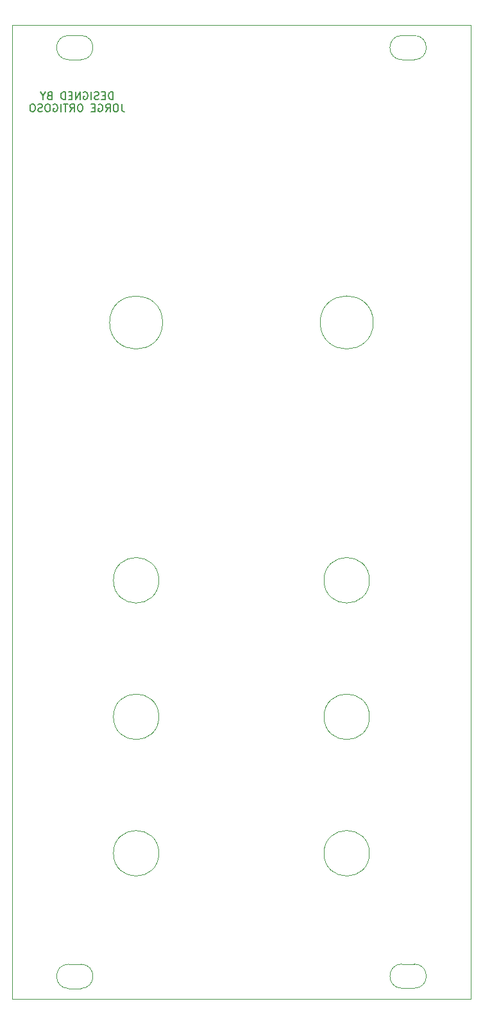
<source format=gbr>
%TF.GenerationSoftware,KiCad,Pcbnew,(6.0.1)*%
%TF.CreationDate,2022-09-11T09:08:46+02:00*%
%TF.ProjectId,front pannel,66726f6e-7420-4706-916e-6e656c2e6b69,rev?*%
%TF.SameCoordinates,Original*%
%TF.FileFunction,Legend,Bot*%
%TF.FilePolarity,Positive*%
%FSLAX46Y46*%
G04 Gerber Fmt 4.6, Leading zero omitted, Abs format (unit mm)*
G04 Created by KiCad (PCBNEW (6.0.1)) date 2022-09-11 09:08:46*
%MOMM*%
%LPD*%
G01*
G04 APERTURE LIST*
%TA.AperFunction,Profile*%
%ADD10C,0.100000*%
%TD*%
%ADD11C,0.150000*%
G04 APERTURE END LIST*
D10*
X73700000Y-112750000D02*
G75*
G03*
X73700000Y-112750000I-3000000J0D01*
G01*
X34000000Y-145374805D02*
X35600000Y-145374805D01*
X79600000Y-22900000D02*
X78000000Y-22900000D01*
X35600000Y-148574999D02*
G75*
G03*
X35600000Y-145374805I0J1600097D01*
G01*
X34000000Y-145374805D02*
G75*
G03*
X34000000Y-148575195I0J-1600195D01*
G01*
X87100000Y-150000000D02*
X26500000Y-150000000D01*
X45900000Y-94750000D02*
G75*
G03*
X45900000Y-94750000I-3000000J0D01*
G01*
X87100000Y-21500000D02*
X87100000Y-150000000D01*
X35600195Y-26099999D02*
G75*
G03*
X35600195Y-22899805I0J1600097D01*
G01*
X78000000Y-145350000D02*
G75*
G03*
X78000000Y-148550000I0J-1600000D01*
G01*
X45900000Y-112750000D02*
G75*
G03*
X45900000Y-112750000I-3000000J0D01*
G01*
X34000195Y-26100195D02*
X35600195Y-26100195D01*
X34000195Y-22899805D02*
G75*
G03*
X34000195Y-26100195I0J-1600195D01*
G01*
X34000000Y-148575195D02*
X35600000Y-148575195D01*
X34000195Y-22899805D02*
X35600195Y-22899805D01*
X73700000Y-94750000D02*
G75*
G03*
X73700000Y-94750000I-3000000J0D01*
G01*
X46400000Y-60750000D02*
G75*
G03*
X46400000Y-60750000I-3500000J0D01*
G01*
X26500000Y-150000000D02*
X26500000Y-21500000D01*
X79600000Y-26100000D02*
G75*
G03*
X79600000Y-22900000I0J1600000D01*
G01*
X45900000Y-130750000D02*
G75*
G03*
X45900000Y-130750000I-3000000J0D01*
G01*
X79600000Y-145350000D02*
X78000000Y-145350000D01*
X26500000Y-21500000D02*
X87100000Y-21500000D01*
X78000000Y-22900000D02*
G75*
G03*
X78000000Y-26100000I0J-1600000D01*
G01*
X79600000Y-26100000D02*
X78000000Y-26100000D01*
X73700000Y-130750000D02*
G75*
G03*
X73700000Y-130750000I-3000000J0D01*
G01*
X79600000Y-148550000D02*
G75*
G03*
X79600000Y-145350000I0J1600000D01*
G01*
X74200000Y-60750000D02*
G75*
G03*
X74200000Y-60750000I-3500000J0D01*
G01*
X79600000Y-148550000D02*
X78000000Y-148550000D01*
D11*
X39814285Y-31347380D02*
X39814285Y-30347380D01*
X39576190Y-30347380D01*
X39433333Y-30395000D01*
X39338095Y-30490238D01*
X39290476Y-30585476D01*
X39242857Y-30775952D01*
X39242857Y-30918809D01*
X39290476Y-31109285D01*
X39338095Y-31204523D01*
X39433333Y-31299761D01*
X39576190Y-31347380D01*
X39814285Y-31347380D01*
X38814285Y-30823571D02*
X38480952Y-30823571D01*
X38338095Y-31347380D02*
X38814285Y-31347380D01*
X38814285Y-30347380D01*
X38338095Y-30347380D01*
X37957142Y-31299761D02*
X37814285Y-31347380D01*
X37576190Y-31347380D01*
X37480952Y-31299761D01*
X37433333Y-31252142D01*
X37385714Y-31156904D01*
X37385714Y-31061666D01*
X37433333Y-30966428D01*
X37480952Y-30918809D01*
X37576190Y-30871190D01*
X37766666Y-30823571D01*
X37861904Y-30775952D01*
X37909523Y-30728333D01*
X37957142Y-30633095D01*
X37957142Y-30537857D01*
X37909523Y-30442619D01*
X37861904Y-30395000D01*
X37766666Y-30347380D01*
X37528571Y-30347380D01*
X37385714Y-30395000D01*
X36957142Y-31347380D02*
X36957142Y-30347380D01*
X35957142Y-30395000D02*
X36052380Y-30347380D01*
X36195238Y-30347380D01*
X36338095Y-30395000D01*
X36433333Y-30490238D01*
X36480952Y-30585476D01*
X36528571Y-30775952D01*
X36528571Y-30918809D01*
X36480952Y-31109285D01*
X36433333Y-31204523D01*
X36338095Y-31299761D01*
X36195238Y-31347380D01*
X36100000Y-31347380D01*
X35957142Y-31299761D01*
X35909523Y-31252142D01*
X35909523Y-30918809D01*
X36100000Y-30918809D01*
X35480952Y-31347380D02*
X35480952Y-30347380D01*
X34909523Y-31347380D01*
X34909523Y-30347380D01*
X34433333Y-30823571D02*
X34100000Y-30823571D01*
X33957142Y-31347380D02*
X34433333Y-31347380D01*
X34433333Y-30347380D01*
X33957142Y-30347380D01*
X33528571Y-31347380D02*
X33528571Y-30347380D01*
X33290476Y-30347380D01*
X33147619Y-30395000D01*
X33052380Y-30490238D01*
X33004761Y-30585476D01*
X32957142Y-30775952D01*
X32957142Y-30918809D01*
X33004761Y-31109285D01*
X33052380Y-31204523D01*
X33147619Y-31299761D01*
X33290476Y-31347380D01*
X33528571Y-31347380D01*
X31433333Y-30823571D02*
X31290476Y-30871190D01*
X31242857Y-30918809D01*
X31195238Y-31014047D01*
X31195238Y-31156904D01*
X31242857Y-31252142D01*
X31290476Y-31299761D01*
X31385714Y-31347380D01*
X31766666Y-31347380D01*
X31766666Y-30347380D01*
X31433333Y-30347380D01*
X31338095Y-30395000D01*
X31290476Y-30442619D01*
X31242857Y-30537857D01*
X31242857Y-30633095D01*
X31290476Y-30728333D01*
X31338095Y-30775952D01*
X31433333Y-30823571D01*
X31766666Y-30823571D01*
X30576190Y-30871190D02*
X30576190Y-31347380D01*
X30909523Y-30347380D02*
X30576190Y-30871190D01*
X30242857Y-30347380D01*
X40980952Y-31957380D02*
X40980952Y-32671666D01*
X41028571Y-32814523D01*
X41123809Y-32909761D01*
X41266666Y-32957380D01*
X41361904Y-32957380D01*
X40314285Y-31957380D02*
X40123809Y-31957380D01*
X40028571Y-32005000D01*
X39933333Y-32100238D01*
X39885714Y-32290714D01*
X39885714Y-32624047D01*
X39933333Y-32814523D01*
X40028571Y-32909761D01*
X40123809Y-32957380D01*
X40314285Y-32957380D01*
X40409523Y-32909761D01*
X40504761Y-32814523D01*
X40552380Y-32624047D01*
X40552380Y-32290714D01*
X40504761Y-32100238D01*
X40409523Y-32005000D01*
X40314285Y-31957380D01*
X38885714Y-32957380D02*
X39219047Y-32481190D01*
X39457142Y-32957380D02*
X39457142Y-31957380D01*
X39076190Y-31957380D01*
X38980952Y-32005000D01*
X38933333Y-32052619D01*
X38885714Y-32147857D01*
X38885714Y-32290714D01*
X38933333Y-32385952D01*
X38980952Y-32433571D01*
X39076190Y-32481190D01*
X39457142Y-32481190D01*
X37933333Y-32005000D02*
X38028571Y-31957380D01*
X38171428Y-31957380D01*
X38314285Y-32005000D01*
X38409523Y-32100238D01*
X38457142Y-32195476D01*
X38504761Y-32385952D01*
X38504761Y-32528809D01*
X38457142Y-32719285D01*
X38409523Y-32814523D01*
X38314285Y-32909761D01*
X38171428Y-32957380D01*
X38076190Y-32957380D01*
X37933333Y-32909761D01*
X37885714Y-32862142D01*
X37885714Y-32528809D01*
X38076190Y-32528809D01*
X37457142Y-32433571D02*
X37123809Y-32433571D01*
X36980952Y-32957380D02*
X37457142Y-32957380D01*
X37457142Y-31957380D01*
X36980952Y-31957380D01*
X35600000Y-31957380D02*
X35409523Y-31957380D01*
X35314285Y-32005000D01*
X35219047Y-32100238D01*
X35171428Y-32290714D01*
X35171428Y-32624047D01*
X35219047Y-32814523D01*
X35314285Y-32909761D01*
X35409523Y-32957380D01*
X35600000Y-32957380D01*
X35695238Y-32909761D01*
X35790476Y-32814523D01*
X35838095Y-32624047D01*
X35838095Y-32290714D01*
X35790476Y-32100238D01*
X35695238Y-32005000D01*
X35600000Y-31957380D01*
X34171428Y-32957380D02*
X34504761Y-32481190D01*
X34742857Y-32957380D02*
X34742857Y-31957380D01*
X34361904Y-31957380D01*
X34266666Y-32005000D01*
X34219047Y-32052619D01*
X34171428Y-32147857D01*
X34171428Y-32290714D01*
X34219047Y-32385952D01*
X34266666Y-32433571D01*
X34361904Y-32481190D01*
X34742857Y-32481190D01*
X33885714Y-31957380D02*
X33314285Y-31957380D01*
X33600000Y-32957380D02*
X33600000Y-31957380D01*
X32980952Y-32957380D02*
X32980952Y-31957380D01*
X31980952Y-32005000D02*
X32076190Y-31957380D01*
X32219047Y-31957380D01*
X32361904Y-32005000D01*
X32457142Y-32100238D01*
X32504761Y-32195476D01*
X32552380Y-32385952D01*
X32552380Y-32528809D01*
X32504761Y-32719285D01*
X32457142Y-32814523D01*
X32361904Y-32909761D01*
X32219047Y-32957380D01*
X32123809Y-32957380D01*
X31980952Y-32909761D01*
X31933333Y-32862142D01*
X31933333Y-32528809D01*
X32123809Y-32528809D01*
X31314285Y-31957380D02*
X31123809Y-31957380D01*
X31028571Y-32005000D01*
X30933333Y-32100238D01*
X30885714Y-32290714D01*
X30885714Y-32624047D01*
X30933333Y-32814523D01*
X31028571Y-32909761D01*
X31123809Y-32957380D01*
X31314285Y-32957380D01*
X31409523Y-32909761D01*
X31504761Y-32814523D01*
X31552380Y-32624047D01*
X31552380Y-32290714D01*
X31504761Y-32100238D01*
X31409523Y-32005000D01*
X31314285Y-31957380D01*
X30504761Y-32909761D02*
X30361904Y-32957380D01*
X30123809Y-32957380D01*
X30028571Y-32909761D01*
X29980952Y-32862142D01*
X29933333Y-32766904D01*
X29933333Y-32671666D01*
X29980952Y-32576428D01*
X30028571Y-32528809D01*
X30123809Y-32481190D01*
X30314285Y-32433571D01*
X30409523Y-32385952D01*
X30457142Y-32338333D01*
X30504761Y-32243095D01*
X30504761Y-32147857D01*
X30457142Y-32052619D01*
X30409523Y-32005000D01*
X30314285Y-31957380D01*
X30076190Y-31957380D01*
X29933333Y-32005000D01*
X29314285Y-31957380D02*
X29123809Y-31957380D01*
X29028571Y-32005000D01*
X28933333Y-32100238D01*
X28885714Y-32290714D01*
X28885714Y-32624047D01*
X28933333Y-32814523D01*
X29028571Y-32909761D01*
X29123809Y-32957380D01*
X29314285Y-32957380D01*
X29409523Y-32909761D01*
X29504761Y-32814523D01*
X29552380Y-32624047D01*
X29552380Y-32290714D01*
X29504761Y-32100238D01*
X29409523Y-32005000D01*
X29314285Y-31957380D01*
M02*

</source>
